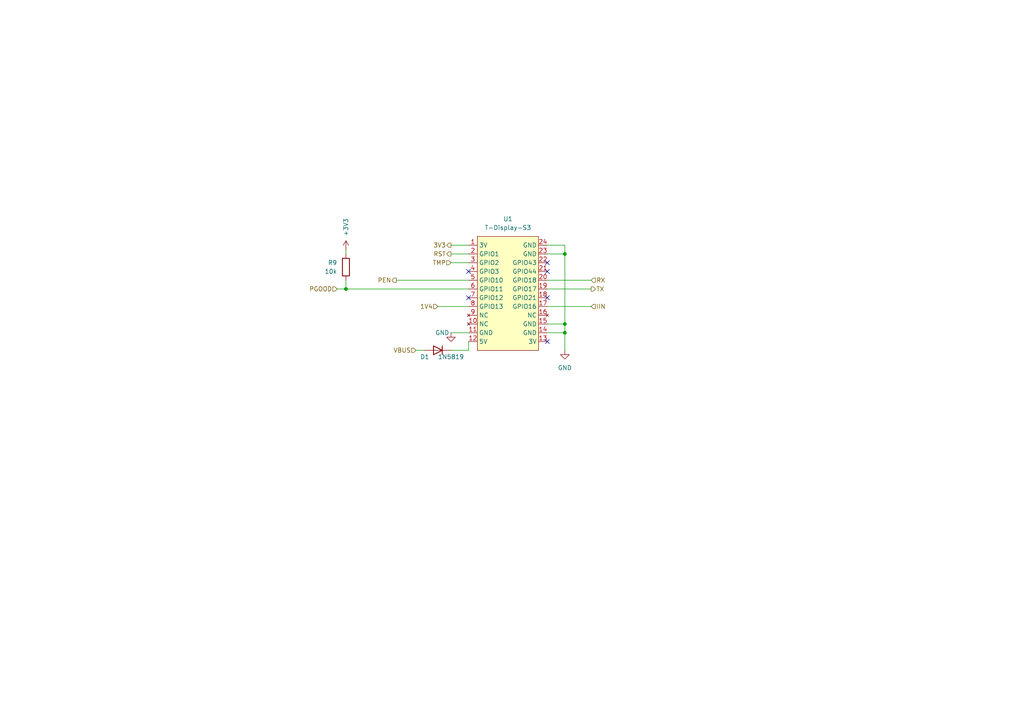
<source format=kicad_sch>
(kicad_sch (version 20231120) (generator "eeschema") (generator_version "8.0")
  (paper "A4")
  (title_block (title "NerdNOS") (date "2024-04-05") (rev "1"))
  (lib_symbols
    (symbol "+3V3_1" (power) (pin_numbers hide) (pin_names (offset 0) hide)
      (property "Value" "+3V3" (at 0 3.556 0))
      (symbol "+3V3_1_0_1"
        (polyline (pts (xy -0.762 1.27) (xy 0 2.54)))
        (polyline (pts (xy 0 0) (xy 0 2.54)))
        (polyline (pts (xy 0 2.54) (xy 0.762 1.27)))
      )
      (symbol "+3V3_1_1_1"
        (pin power_in line (at 0 0 90) (length 0) (name "~") (number "1"))
      )
    )
    (symbol "Device:R" (pin_numbers hide) (pin_names (offset 0))
      (property "Reference" "R" (at 2.032 0 90))
      (property "Value" "R" (at 0 0 90))
      (symbol "R_0_1"
        (rectangle (start -1.016 -2.54) (end 1.016 2.54) (stroke (width 0.254)))
      )
      (symbol "R_1_1"
        (pin passive line (at 0 3.81 270) (length 1.27) (name "~") (number "1"))
        (pin passive line (at 0 -3.81 90) (length 1.27) (name "~") (number "2"))
      )
    )
    (symbol "Diode:US1D" (pin_numbers hide) (pin_names hide)
      (property "Reference" "D" (at 0 2.54 0))
      (property "Value" "US1D" (at 0 -2.54 0))
      (symbol "US1D_0_1"
        (polyline (pts (xy -1.27 1.27) (xy -1.27 -1.27)) (stroke (width 0.254)))
        (polyline (pts (xy 1.27 0) (xy -1.27 0)))
        (polyline (pts (xy 1.27 1.27) (xy 1.27 -1.27) (xy -1.27 0) (xy 1.27 1.27)) (stroke (width 0.254)))
      )
      (symbol "US1D_1_1"
        (pin passive line (at -3.81 0 0) (length 2.54) (name "K") (number "1"))
        (pin passive line (at 3.81 0 180) (length 2.54) (name "A") (number "2"))
      )
    )
    (symbol "GND_2" (power) (pin_numbers hide) (pin_names (offset 0) hide)
      (property "Value" "GND" (at 0 -3.81 0))
      (symbol "GND_2_0_1"
        (polyline (pts (xy 0 0) (xy 0 -1.27) (xy 1.27 -1.27) (xy 0 -2.54) (xy -1.27 -1.27) (xy 0 -1.27)))
      )
      (symbol "GND_2_1_1"
        (pin power_in line (at 0 0 270) (length 0) (name "~") (number "1"))
      )
    )
    (symbol "GND_3" (power) (pin_numbers hide) (pin_names (offset 0) hide)
      (property "Value" "GND" (at 0 -3.81 0))
      (symbol "GND_3_0_1"
        (polyline (pts (xy 0 0) (xy 0 -1.27) (xy 1.27 -1.27) (xy 0 -2.54) (xy -1.27 -1.27) (xy 0 -1.27)))
      )
      (symbol "GND_3_1_1"
        (pin power_in line (at 0 0 270) (length 0) (name "~") (number "1"))
      )
    )
    (symbol "bitaxe:T-Display-S3"
      (property "Reference" "U" (at -21.59 -1.27 0))
      (property "Value" "T-Display-S3" (at -11.43 -36.83 0))
      (symbol "T-Display-S3_1_0"
        (pin power_in line (at -25.4 -5.08 0) (length 2.54) (name "3V") (number "1"))
        (pin no_connect line (at -25.4 -27.94 0) (length 2.54) (name "NC") (number "10"))
        (pin power_in line (at -25.4 -30.48 0) (length 2.54) (name "GND") (number "11"))
        (pin power_in line (at -25.4 -33.02 0) (length 2.54) (name "5V") (number "12"))
        (pin power_in line (at -2.54 -33.02 180) (length 2.54) (name "3V") (number "13"))
        (pin power_in line (at -2.54 -30.48 180) (length 2.54) (name "GND") (number "14"))
        (pin power_in line (at -2.54 -27.94 180) (length 2.54) (name "GND") (number "15"))
        (pin no_connect line (at -2.54 -25.4 180) (length 2.54) (name "NC") (number "16"))
        (pin bidirectional line (at -2.54 -22.86 180) (length 2.54) (name "GPIO16") (number "17"))
        (pin bidirectional line (at -2.54 -20.32 180) (length 2.54) (name "GPIO21") (number "18"))
        (pin bidirectional line (at -2.54 -17.78 180) (length 2.54) (name "GPIO17") (number "19"))
        (pin bidirectional line (at -25.4 -7.62 0) (length 2.54) (name "GPIO1") (number "2"))
        (pin bidirectional line (at -2.54 -15.24 180) (length 2.54) (name "GPIO18") (number "20"))
        (pin bidirectional line (at -25.4 -10.16 0) (length 2.54) (name "GPIO2") (number "3"))
        (pin bidirectional line (at -25.4 -12.7 0) (length 2.54) (name "GPIO3") (number "4"))
        (pin bidirectional line (at -25.4 -15.24 0) (length 2.54) (name "GPIO10") (number "5"))
        (pin input line (at -25.4 -17.78 0) (length 2.54) (name "GPIO11") (number "6"))
        (pin bidirectional line (at -25.4 -20.32 0) (length 2.54) (name "GPIO12") (number "7"))
        (pin bidirectional line (at -25.4 -22.86 0) (length 2.54) (name "GPIO13") (number "8"))
        (pin no_connect line (at -25.4 -25.4 0) (length 2.54) (name "NC") (number "9"))
      )
      (symbol "T-Display-S3_1_1"
        (rectangle (start -22.86 -2.54) (end -5.08 -35.56) (fill (type background)))
        (pin bidirectional line (at -2.54 -12.7 180) (length 2.54) (name "GPIO44") (number "21"))
        (pin bidirectional line (at -2.54 -10.16 180) (length 2.54) (name "GPIO43") (number "22"))
        (pin power_in line (at -2.54 -7.62 180) (length 2.54) (name "GND") (number "23"))
        (pin power_in line (at -2.54 -5.08 180) (length 2.54) (name "GND") (number "24"))
      )
    )
  )
  (junction (at 163.83 73.66))
  (junction (at 163.83 96.52))
  (junction (at 100.33 83.82))
  (junction (at 163.83 93.98))
  (no_connect (at 135.89 86.36))
  (no_connect (at 158.75 86.36))
  (no_connect (at 135.89 78.74))
  (no_connect (at 158.75 76.2))
  (no_connect (at 158.75 78.74))
  (no_connect (at 158.75 99.06))
  (wire (pts (xy 158.75 93.98) (xy 163.83 93.98)))
  (wire (pts (xy 158.75 96.52) (xy 163.83 96.52)))
  (wire (pts (xy 130.81 73.66) (xy 135.89 73.66)))
  (wire (pts (xy 127 88.9) (xy 135.89 88.9)))
  (wire (pts (xy 97.79 83.82) (xy 100.33 83.82)))
  (wire (pts (xy 163.83 96.52) (xy 163.83 101.6)))
  (wire (pts (xy 158.75 71.12) (xy 163.83 71.12)))
  (wire (pts (xy 163.83 73.66) (xy 163.83 93.98)))
  (wire (pts (xy 158.75 88.9) (xy 171.45 88.9)))
  (wire (pts (xy 135.89 101.6) (xy 135.89 99.06)))
  (wire (pts (xy 100.33 83.82) (xy 135.89 83.82)))
  (wire (pts (xy 114.935 81.28) (xy 135.89 81.28)))
  (wire (pts (xy 163.83 93.98) (xy 163.83 96.52)))
  (wire (pts (xy 158.75 81.28) (xy 171.45 81.28)))
  (wire (pts (xy 100.33 72.39) (xy 100.33 73.66)))
  (wire (pts (xy 130.81 76.2) (xy 135.89 76.2)))
  (wire (pts (xy 135.89 96.52) (xy 130.81 96.52)))
  (wire (pts (xy 120.65 101.6) (xy 123.19 101.6)))
  (wire (pts (xy 130.81 71.12) (xy 135.89 71.12)))
  (wire (pts (xy 130.81 101.6) (xy 135.89 101.6)))
  (wire (pts (xy 163.83 71.12) (xy 163.83 73.66)))
  (wire (pts (xy 158.75 83.82) (xy 171.45 83.82)))
  (wire (pts (xy 158.75 73.66) (xy 163.83 73.66)))
  (wire (pts (xy 100.33 81.28) (xy 100.33 83.82)))
  (hierarchical_label "TX" (shape output) (at 171.45 83.82 0))
  (hierarchical_label "TMP" (shape input) (at 130.81 76.2 180))
  (hierarchical_label "RX" (shape input) (at 171.45 81.28 0))
  (hierarchical_label "VBUS" (shape input) (at 120.65 101.6 180))
  (hierarchical_label "RST" (shape output) (at 130.81 73.66 180))
  (hierarchical_label "3V3" (shape output) (at 130.81 71.12 180))
  (hierarchical_label "IIN" (shape input) (at 171.45 88.9 0))
  (hierarchical_label "1V4" (shape input) (at 127 88.9 180))
  (hierarchical_label "PGOOD" (shape input) (at 97.79 83.82 180))
  (hierarchical_label "PEN" (shape output) (at 114.935 81.28 180))
  (symbol (lib_id "bitaxe:T-Display-S3") (at 161.29 66.04 0) (unit 1)
    (property "Reference" "U1" (at 147.32 63.5 0))
    (property "Value" "T-Display-S3" (at 147.32 66.04 0))
    (property "Footprint" "myfootprints:T-Display-S3" (effects (hide yes)))
    (property "Distributor" "X" (effects (hide yes)))
  )
  (symbol (lib_id "Diode:US1D") (at 127 101.6 180) (unit 1)
    (property "Reference" "D1" (at 123.19 103.505 0))
    (property "Value" "1N5819" (at 130.81 103.505 0))
    (property "Footprint" "Diode_SMD:D_SOD-123" (effects (hide yes)))
    (property "Datasheet" "https://www.diodes.com/assets/Datasheets/ds16008.pdf" (effects (hide yes)))
    (property "Sim.Device" "D" (effects (hide yes)))
    (property "Sim.Pins" "1=K 2=A" (effects (hide yes)))
    (property "Distributor" "D" (effects (hide yes)))
    (property "Manufacturer" "1N5819HWQ-7-F" (effects (hide yes)))
    (property "OrderNr" "31-1N5819HWQ-7-FCT-ND" (effects (hide yes)))
    (property "DK" "31-1N5819HWQ-7-FCT-ND" (effects (hide yes)))
    (property "PARTNO" "1N5819HWQ-7-F" (effects (hide yes)))
  )
  (symbol (lib_name "GND_3") (lib_id "power:GND") (at 163.83 101.6 0) (unit 1)
    (property "Reference" "#PWR020" (effects (hide yes)))
    (property "Value" "GND" (at 163.83 106.68 0))
    (property "Description" "Power symbol creates a global label with name \"GND\" , ground" (effects (hide yes)))
  )
  (symbol (lib_name "+3V3_1") (lib_id "power:+3V3") (at 100.33 72.39 0) (unit 1)
    (property "Reference" "#PWR017" (effects (hide yes)))
    (property "Value" "+3V3" (at 100.3299 68.58 90) (effects (justify left)))
    (property "Description" "Power symbol creates a global label with name \"+3V3\"" (effects (hide yes)))
  )
  (symbol (lib_name "GND_2") (lib_id "power:GND") (at 130.81 96.52 0) (unit 1)
    (property "Reference" "#PWR019" (effects (hide yes)))
    (property "Value" "GND" (at 128.27 96.52 0))
    (property "Description" "Power symbol creates a global label with name \"GND\" , ground" (effects (hide yes)))
  )
  (symbol (lib_id "Device:R") (at 100.33 77.47 0) (mirror y) (unit 1)
    (property "Reference" "R9" (at 97.79 76.2 0) (effects (justify left)))
    (property "Value" "10k" (at 97.79 78.74 0) (effects (justify left)))
    (property "Footprint" "Resistor_SMD:R_0402_1005Metric" (effects (hide yes)))
    (property "DK" "311-10KJRCT-ND" (effects (hide yes)))
    (property "PARTNO" "RC0402JR-0710KL" (effects (hide yes)))
  )
)
</source>
